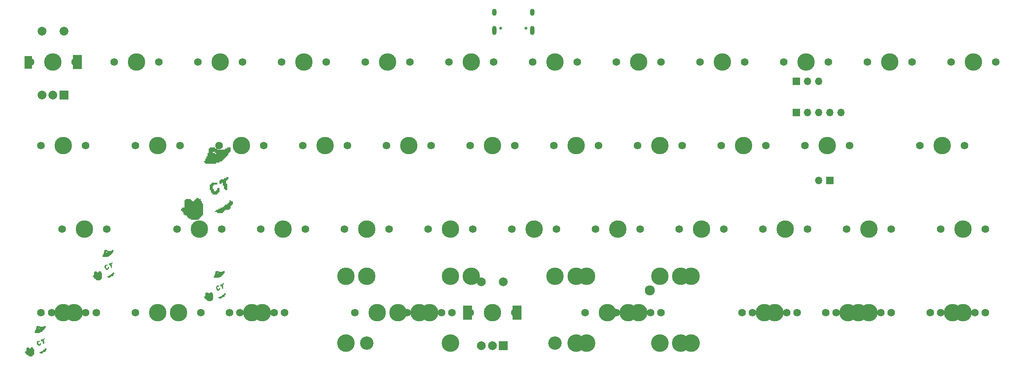
<source format=gbr>
%TF.GenerationSoftware,KiCad,Pcbnew,7.0.7*%
%TF.CreationDate,2023-09-30T22:32:59+02:00*%
%TF.ProjectId,dizzy40,64697a7a-7934-4302-9e6b-696361645f70,rev?*%
%TF.SameCoordinates,Original*%
%TF.FileFunction,Soldermask,Top*%
%TF.FilePolarity,Negative*%
%FSLAX46Y46*%
G04 Gerber Fmt 4.6, Leading zero omitted, Abs format (unit mm)*
G04 Created by KiCad (PCBNEW 7.0.7) date 2023-09-30 22:32:59*
%MOMM*%
%LPD*%
G01*
G04 APERTURE LIST*
%ADD10C,1.750000*%
%ADD11C,3.987800*%
%ADD12C,4.000000*%
%ADD13C,3.048000*%
%ADD14C,2.300000*%
%ADD15R,1.700000X1.700000*%
%ADD16O,1.700000X1.700000*%
%ADD17R,2.000000X2.000000*%
%ADD18C,2.000000*%
%ADD19R,2.000000X3.200000*%
%ADD20R,1.800000X3.000000*%
%ADD21C,0.650000*%
%ADD22O,1.000000X1.600000*%
%ADD23O,1.000000X2.100000*%
G04 APERTURE END LIST*
%TO.C,REF\u002A\u002A*%
G36*
X80090409Y-121599117D02*
G01*
X79985757Y-121599117D01*
X79985757Y-121075863D01*
X80090409Y-121075863D01*
X80090409Y-121599117D01*
G37*
G36*
X80195060Y-121075863D02*
G01*
X80090409Y-121075863D01*
X80090409Y-120971212D01*
X80195060Y-120971212D01*
X80195060Y-121075863D01*
G37*
G36*
X80195060Y-121808424D02*
G01*
X80090409Y-121808424D01*
X80090409Y-121599121D01*
X80195060Y-121599121D01*
X80195060Y-121808424D01*
G37*
G36*
X80299712Y-120971212D02*
G01*
X80195060Y-120971212D01*
X80195060Y-120866560D01*
X80299712Y-120866560D01*
X80299712Y-120971212D01*
G37*
G36*
X80299712Y-121913075D02*
G01*
X80195060Y-121913075D01*
X80195060Y-121808424D01*
X80299712Y-121808424D01*
X80299712Y-121913075D01*
G37*
G36*
X80718317Y-122017723D02*
G01*
X80299712Y-122017723D01*
X80299712Y-121913072D01*
X80718317Y-121913072D01*
X80718317Y-122017723D01*
G37*
G36*
X80822965Y-121913075D02*
G01*
X80718314Y-121913075D01*
X80718314Y-121808424D01*
X80822965Y-121808424D01*
X80822965Y-121913075D01*
G37*
G36*
X80927617Y-121808424D02*
G01*
X80822965Y-121808424D01*
X80822965Y-121703772D01*
X80927617Y-121703772D01*
X80927617Y-121808424D01*
G37*
G36*
X81136920Y-120971212D02*
G01*
X80927617Y-120971212D01*
X80927617Y-120866560D01*
X81136920Y-120866560D01*
X81136920Y-120971212D01*
G37*
G36*
X81450871Y-121494469D02*
G01*
X81346219Y-121494469D01*
X81346219Y-121180515D01*
X81450871Y-121180515D01*
X81450871Y-121494469D01*
G37*
G36*
X81660174Y-121599121D02*
G01*
X81450871Y-121599121D01*
X81450871Y-121494469D01*
X81660174Y-121494469D01*
X81660174Y-121599121D01*
G37*
G36*
X81346219Y-121180518D02*
G01*
X81241568Y-121180518D01*
X81241568Y-120866563D01*
X81136917Y-120866563D01*
X81136917Y-120761912D01*
X81346219Y-120761912D01*
X81346219Y-121180518D01*
G37*
G36*
X81764826Y-120552609D02*
G01*
X81660174Y-120552609D01*
X81660174Y-120657261D01*
X81555523Y-120657261D01*
X81555523Y-120971212D01*
X81660174Y-120971212D01*
X81660174Y-121494469D01*
X81450871Y-121494469D01*
X81450871Y-121180515D01*
X81346219Y-121180515D01*
X81346219Y-120761912D01*
X81136920Y-120761912D01*
X81136920Y-120866560D01*
X80927617Y-120866560D01*
X80927617Y-120657261D01*
X81032268Y-120657261D01*
X81032268Y-120552609D01*
X81346219Y-120552609D01*
X81346219Y-120447958D01*
X81555523Y-120447958D01*
X81555523Y-120343306D01*
X81764826Y-120343306D01*
X81764826Y-120552609D01*
G37*
G36*
X80718314Y-121075863D02*
G01*
X80404360Y-121075863D01*
X80404360Y-121180515D01*
X80299712Y-121180515D01*
X80299712Y-121494469D01*
X80404360Y-121494469D01*
X80404360Y-121703772D01*
X80613663Y-121703772D01*
X80613663Y-121599121D01*
X80718314Y-121599121D01*
X80718314Y-121389817D01*
X80927617Y-121389817D01*
X80927617Y-121703772D01*
X80822965Y-121703772D01*
X80822965Y-121808424D01*
X80718314Y-121808424D01*
X80718314Y-121913072D01*
X80299712Y-121913072D01*
X80299712Y-121808424D01*
X80195060Y-121808424D01*
X80195060Y-121599121D01*
X80090409Y-121599121D01*
X80090409Y-121075863D01*
X80195060Y-121075863D01*
X80195060Y-120971212D01*
X80299712Y-120971212D01*
X80299712Y-120866560D01*
X80718314Y-120866560D01*
X80718314Y-121075863D01*
G37*
G36*
X81974129Y-122645636D02*
G01*
X82183431Y-122645636D01*
X82183431Y-122959583D01*
X82078780Y-122959583D01*
X82078780Y-123064235D01*
X81974129Y-123064235D01*
X81974129Y-123378185D01*
X81869474Y-123378185D01*
X81869474Y-123482838D01*
X81450871Y-123482838D01*
X81450871Y-123587492D01*
X81346219Y-123587492D01*
X81346219Y-123692144D01*
X81241568Y-123692144D01*
X81241568Y-123796795D01*
X80718310Y-123796795D01*
X80718310Y-123692144D01*
X80509014Y-123692144D01*
X80509014Y-123587492D01*
X80613658Y-123587492D01*
X80613658Y-123482838D01*
X80822965Y-123482838D01*
X80822965Y-123378185D01*
X81032272Y-123378185D01*
X81032272Y-123273541D01*
X81241568Y-123273541D01*
X81241568Y-123168889D01*
X81346219Y-123168889D01*
X81346219Y-123064235D01*
X81450871Y-123064235D01*
X81450871Y-122959583D01*
X81660178Y-122959583D01*
X81660178Y-122854932D01*
X81764821Y-122854932D01*
X81764821Y-122750276D01*
X81869474Y-122750276D01*
X81869474Y-122540981D01*
X81974129Y-122540981D01*
X81974129Y-122645636D01*
G37*
G36*
X78939242Y-122436329D02*
G01*
X79148548Y-122436329D01*
X79148548Y-122645636D01*
X79253199Y-122645636D01*
X79253199Y-122854932D01*
X79357851Y-122854932D01*
X79357851Y-124006095D01*
X79253199Y-124006095D01*
X79253199Y-124110747D01*
X79148548Y-124110747D01*
X79148548Y-124215398D01*
X79043893Y-124215398D01*
X79043893Y-124320052D01*
X78939242Y-124320052D01*
X78939242Y-124424704D01*
X78206692Y-124424704D01*
X78206692Y-124320052D01*
X77997385Y-124320052D01*
X77997385Y-124215398D01*
X77892730Y-124215398D01*
X77892730Y-124110747D01*
X77788078Y-124110747D01*
X77788078Y-124006095D01*
X77578783Y-124006095D01*
X77578783Y-123901440D01*
X77474131Y-123901440D01*
X77474131Y-123692144D01*
X77369476Y-123692144D01*
X77369476Y-123587492D01*
X77264824Y-123587492D01*
X77264824Y-123378185D01*
X77369476Y-123378185D01*
X77369476Y-123273541D01*
X77578783Y-123273541D01*
X77578783Y-122540981D01*
X77683434Y-122540981D01*
X77683434Y-122436329D01*
X78206692Y-122436329D01*
X78206692Y-122540981D01*
X78311333Y-122540981D01*
X78311333Y-122645636D01*
X78520639Y-122645636D01*
X78520639Y-122540981D01*
X78625291Y-122540981D01*
X78625291Y-122436329D01*
X78729946Y-122436329D01*
X78729946Y-122331674D01*
X78939242Y-122331674D01*
X78939242Y-122436329D01*
G37*
G36*
X80509010Y-117622384D02*
G01*
X80718306Y-117622384D01*
X80718306Y-117727035D01*
X81450867Y-117727035D01*
X81450867Y-117622384D01*
X81660173Y-117622384D01*
X81660173Y-117517739D01*
X81974121Y-117517739D01*
X81974121Y-117936342D01*
X81869470Y-117936342D01*
X81869470Y-118040994D01*
X81764818Y-118040994D01*
X81764818Y-118250290D01*
X81660173Y-118250290D01*
X81660173Y-118354941D01*
X81555522Y-118354941D01*
X81555522Y-118459593D01*
X81450870Y-118459593D01*
X81450870Y-118564244D01*
X81346219Y-118564244D01*
X81346219Y-118668895D01*
X81241567Y-118668895D01*
X81241567Y-118773540D01*
X81136923Y-118773540D01*
X81136923Y-118878192D01*
X80927616Y-118878192D01*
X80927616Y-118982843D01*
X80613658Y-118982843D01*
X80613658Y-119087505D01*
X79567150Y-119087505D01*
X79567150Y-118982854D01*
X79462499Y-118982854D01*
X79462499Y-118773547D01*
X79567150Y-118773547D01*
X79567150Y-118564251D01*
X79671802Y-118564251D01*
X79671802Y-118354944D01*
X79776453Y-118354944D01*
X79776453Y-118040997D01*
X79881105Y-118040997D01*
X79881105Y-117936335D01*
X80299707Y-117936335D01*
X80299707Y-118040986D01*
X80509014Y-118040986D01*
X80509014Y-118145631D01*
X80613658Y-118145631D01*
X80613658Y-118040986D01*
X80509014Y-118040986D01*
X80509014Y-117936335D01*
X80299707Y-117936335D01*
X79881105Y-117936335D01*
X79881105Y-117622384D01*
X79985756Y-117622384D01*
X79985756Y-117517739D01*
X80509010Y-117517739D01*
X80509010Y-117622384D01*
G37*
G36*
X39323409Y-134146717D02*
G01*
X39218757Y-134146717D01*
X39218757Y-133623463D01*
X39323409Y-133623463D01*
X39323409Y-134146717D01*
G37*
G36*
X39428060Y-133623463D02*
G01*
X39323409Y-133623463D01*
X39323409Y-133518812D01*
X39428060Y-133518812D01*
X39428060Y-133623463D01*
G37*
G36*
X39428060Y-134356024D02*
G01*
X39323409Y-134356024D01*
X39323409Y-134146721D01*
X39428060Y-134146721D01*
X39428060Y-134356024D01*
G37*
G36*
X39532712Y-133518812D02*
G01*
X39428060Y-133518812D01*
X39428060Y-133414160D01*
X39532712Y-133414160D01*
X39532712Y-133518812D01*
G37*
G36*
X39532712Y-134460675D02*
G01*
X39428060Y-134460675D01*
X39428060Y-134356024D01*
X39532712Y-134356024D01*
X39532712Y-134460675D01*
G37*
G36*
X39951317Y-134565323D02*
G01*
X39532712Y-134565323D01*
X39532712Y-134460672D01*
X39951317Y-134460672D01*
X39951317Y-134565323D01*
G37*
G36*
X40055965Y-134460675D02*
G01*
X39951314Y-134460675D01*
X39951314Y-134356024D01*
X40055965Y-134356024D01*
X40055965Y-134460675D01*
G37*
G36*
X40160617Y-134356024D02*
G01*
X40055965Y-134356024D01*
X40055965Y-134251372D01*
X40160617Y-134251372D01*
X40160617Y-134356024D01*
G37*
G36*
X40369920Y-133518812D02*
G01*
X40160617Y-133518812D01*
X40160617Y-133414160D01*
X40369920Y-133414160D01*
X40369920Y-133518812D01*
G37*
G36*
X40683871Y-134042069D02*
G01*
X40579219Y-134042069D01*
X40579219Y-133728115D01*
X40683871Y-133728115D01*
X40683871Y-134042069D01*
G37*
G36*
X40893174Y-134146721D02*
G01*
X40683871Y-134146721D01*
X40683871Y-134042069D01*
X40893174Y-134042069D01*
X40893174Y-134146721D01*
G37*
G36*
X40579219Y-133728118D02*
G01*
X40474568Y-133728118D01*
X40474568Y-133414163D01*
X40369917Y-133414163D01*
X40369917Y-133309512D01*
X40579219Y-133309512D01*
X40579219Y-133728118D01*
G37*
G36*
X40997826Y-133100209D02*
G01*
X40893174Y-133100209D01*
X40893174Y-133204861D01*
X40788523Y-133204861D01*
X40788523Y-133518812D01*
X40893174Y-133518812D01*
X40893174Y-134042069D01*
X40683871Y-134042069D01*
X40683871Y-133728115D01*
X40579219Y-133728115D01*
X40579219Y-133309512D01*
X40369920Y-133309512D01*
X40369920Y-133414160D01*
X40160617Y-133414160D01*
X40160617Y-133204861D01*
X40265268Y-133204861D01*
X40265268Y-133100209D01*
X40579219Y-133100209D01*
X40579219Y-132995558D01*
X40788523Y-132995558D01*
X40788523Y-132890906D01*
X40997826Y-132890906D01*
X40997826Y-133100209D01*
G37*
G36*
X39951314Y-133623463D02*
G01*
X39637360Y-133623463D01*
X39637360Y-133728115D01*
X39532712Y-133728115D01*
X39532712Y-134042069D01*
X39637360Y-134042069D01*
X39637360Y-134251372D01*
X39846663Y-134251372D01*
X39846663Y-134146721D01*
X39951314Y-134146721D01*
X39951314Y-133937417D01*
X40160617Y-133937417D01*
X40160617Y-134251372D01*
X40055965Y-134251372D01*
X40055965Y-134356024D01*
X39951314Y-134356024D01*
X39951314Y-134460672D01*
X39532712Y-134460672D01*
X39532712Y-134356024D01*
X39428060Y-134356024D01*
X39428060Y-134146721D01*
X39323409Y-134146721D01*
X39323409Y-133623463D01*
X39428060Y-133623463D01*
X39428060Y-133518812D01*
X39532712Y-133518812D01*
X39532712Y-133414160D01*
X39951314Y-133414160D01*
X39951314Y-133623463D01*
G37*
G36*
X41207129Y-135193236D02*
G01*
X41416431Y-135193236D01*
X41416431Y-135507183D01*
X41311780Y-135507183D01*
X41311780Y-135611835D01*
X41207129Y-135611835D01*
X41207129Y-135925785D01*
X41102474Y-135925785D01*
X41102474Y-136030438D01*
X40683871Y-136030438D01*
X40683871Y-136135092D01*
X40579219Y-136135092D01*
X40579219Y-136239744D01*
X40474568Y-136239744D01*
X40474568Y-136344395D01*
X39951310Y-136344395D01*
X39951310Y-136239744D01*
X39742014Y-136239744D01*
X39742014Y-136135092D01*
X39846658Y-136135092D01*
X39846658Y-136030438D01*
X40055965Y-136030438D01*
X40055965Y-135925785D01*
X40265272Y-135925785D01*
X40265272Y-135821141D01*
X40474568Y-135821141D01*
X40474568Y-135716489D01*
X40579219Y-135716489D01*
X40579219Y-135611835D01*
X40683871Y-135611835D01*
X40683871Y-135507183D01*
X40893178Y-135507183D01*
X40893178Y-135402532D01*
X40997821Y-135402532D01*
X40997821Y-135297876D01*
X41102474Y-135297876D01*
X41102474Y-135088581D01*
X41207129Y-135088581D01*
X41207129Y-135193236D01*
G37*
G36*
X38172242Y-134983929D02*
G01*
X38381548Y-134983929D01*
X38381548Y-135193236D01*
X38486199Y-135193236D01*
X38486199Y-135402532D01*
X38590851Y-135402532D01*
X38590851Y-136553695D01*
X38486199Y-136553695D01*
X38486199Y-136658347D01*
X38381548Y-136658347D01*
X38381548Y-136762998D01*
X38276893Y-136762998D01*
X38276893Y-136867652D01*
X38172242Y-136867652D01*
X38172242Y-136972304D01*
X37439692Y-136972304D01*
X37439692Y-136867652D01*
X37230385Y-136867652D01*
X37230385Y-136762998D01*
X37125730Y-136762998D01*
X37125730Y-136658347D01*
X37021078Y-136658347D01*
X37021078Y-136553695D01*
X36811783Y-136553695D01*
X36811783Y-136449040D01*
X36707131Y-136449040D01*
X36707131Y-136239744D01*
X36602476Y-136239744D01*
X36602476Y-136135092D01*
X36497824Y-136135092D01*
X36497824Y-135925785D01*
X36602476Y-135925785D01*
X36602476Y-135821141D01*
X36811783Y-135821141D01*
X36811783Y-135088581D01*
X36916434Y-135088581D01*
X36916434Y-134983929D01*
X37439692Y-134983929D01*
X37439692Y-135088581D01*
X37544333Y-135088581D01*
X37544333Y-135193236D01*
X37753639Y-135193236D01*
X37753639Y-135088581D01*
X37858291Y-135088581D01*
X37858291Y-134983929D01*
X37962946Y-134983929D01*
X37962946Y-134879274D01*
X38172242Y-134879274D01*
X38172242Y-134983929D01*
G37*
G36*
X39742010Y-130169984D02*
G01*
X39951306Y-130169984D01*
X39951306Y-130274635D01*
X40683867Y-130274635D01*
X40683867Y-130169984D01*
X40893173Y-130169984D01*
X40893173Y-130065339D01*
X41207121Y-130065339D01*
X41207121Y-130483942D01*
X41102470Y-130483942D01*
X41102470Y-130588594D01*
X40997818Y-130588594D01*
X40997818Y-130797890D01*
X40893173Y-130797890D01*
X40893173Y-130902541D01*
X40788522Y-130902541D01*
X40788522Y-131007193D01*
X40683870Y-131007193D01*
X40683870Y-131111844D01*
X40579219Y-131111844D01*
X40579219Y-131216495D01*
X40474567Y-131216495D01*
X40474567Y-131321140D01*
X40369923Y-131321140D01*
X40369923Y-131425792D01*
X40160616Y-131425792D01*
X40160616Y-131530443D01*
X39846658Y-131530443D01*
X39846658Y-131635105D01*
X38800150Y-131635105D01*
X38800150Y-131530454D01*
X38695499Y-131530454D01*
X38695499Y-131321147D01*
X38800150Y-131321147D01*
X38800150Y-131111851D01*
X38904802Y-131111851D01*
X38904802Y-130902544D01*
X39009453Y-130902544D01*
X39009453Y-130588597D01*
X39114105Y-130588597D01*
X39114105Y-130483935D01*
X39532707Y-130483935D01*
X39532707Y-130588586D01*
X39742014Y-130588586D01*
X39742014Y-130693231D01*
X39846658Y-130693231D01*
X39846658Y-130588586D01*
X39742014Y-130588586D01*
X39742014Y-130483935D01*
X39532707Y-130483935D01*
X39114105Y-130483935D01*
X39114105Y-130169984D01*
X39218756Y-130169984D01*
X39218756Y-130065339D01*
X39742010Y-130065339D01*
X39742010Y-130169984D01*
G37*
G36*
X54766609Y-116823917D02*
G01*
X54661957Y-116823917D01*
X54661957Y-116300663D01*
X54766609Y-116300663D01*
X54766609Y-116823917D01*
G37*
G36*
X54871260Y-116300663D02*
G01*
X54766609Y-116300663D01*
X54766609Y-116196012D01*
X54871260Y-116196012D01*
X54871260Y-116300663D01*
G37*
G36*
X54871260Y-117033224D02*
G01*
X54766609Y-117033224D01*
X54766609Y-116823921D01*
X54871260Y-116823921D01*
X54871260Y-117033224D01*
G37*
G36*
X54975912Y-116196012D02*
G01*
X54871260Y-116196012D01*
X54871260Y-116091360D01*
X54975912Y-116091360D01*
X54975912Y-116196012D01*
G37*
G36*
X54975912Y-117137875D02*
G01*
X54871260Y-117137875D01*
X54871260Y-117033224D01*
X54975912Y-117033224D01*
X54975912Y-117137875D01*
G37*
G36*
X55394517Y-117242523D02*
G01*
X54975912Y-117242523D01*
X54975912Y-117137872D01*
X55394517Y-117137872D01*
X55394517Y-117242523D01*
G37*
G36*
X55499165Y-117137875D02*
G01*
X55394514Y-117137875D01*
X55394514Y-117033224D01*
X55499165Y-117033224D01*
X55499165Y-117137875D01*
G37*
G36*
X55603817Y-117033224D02*
G01*
X55499165Y-117033224D01*
X55499165Y-116928572D01*
X55603817Y-116928572D01*
X55603817Y-117033224D01*
G37*
G36*
X55813120Y-116196012D02*
G01*
X55603817Y-116196012D01*
X55603817Y-116091360D01*
X55813120Y-116091360D01*
X55813120Y-116196012D01*
G37*
G36*
X56127071Y-116719269D02*
G01*
X56022419Y-116719269D01*
X56022419Y-116405315D01*
X56127071Y-116405315D01*
X56127071Y-116719269D01*
G37*
G36*
X56336374Y-116823921D02*
G01*
X56127071Y-116823921D01*
X56127071Y-116719269D01*
X56336374Y-116719269D01*
X56336374Y-116823921D01*
G37*
G36*
X56022419Y-116405318D02*
G01*
X55917768Y-116405318D01*
X55917768Y-116091363D01*
X55813117Y-116091363D01*
X55813117Y-115986712D01*
X56022419Y-115986712D01*
X56022419Y-116405318D01*
G37*
G36*
X56441026Y-115777409D02*
G01*
X56336374Y-115777409D01*
X56336374Y-115882061D01*
X56231723Y-115882061D01*
X56231723Y-116196012D01*
X56336374Y-116196012D01*
X56336374Y-116719269D01*
X56127071Y-116719269D01*
X56127071Y-116405315D01*
X56022419Y-116405315D01*
X56022419Y-115986712D01*
X55813120Y-115986712D01*
X55813120Y-116091360D01*
X55603817Y-116091360D01*
X55603817Y-115882061D01*
X55708468Y-115882061D01*
X55708468Y-115777409D01*
X56022419Y-115777409D01*
X56022419Y-115672758D01*
X56231723Y-115672758D01*
X56231723Y-115568106D01*
X56441026Y-115568106D01*
X56441026Y-115777409D01*
G37*
G36*
X55394514Y-116300663D02*
G01*
X55080560Y-116300663D01*
X55080560Y-116405315D01*
X54975912Y-116405315D01*
X54975912Y-116719269D01*
X55080560Y-116719269D01*
X55080560Y-116928572D01*
X55289863Y-116928572D01*
X55289863Y-116823921D01*
X55394514Y-116823921D01*
X55394514Y-116614617D01*
X55603817Y-116614617D01*
X55603817Y-116928572D01*
X55499165Y-116928572D01*
X55499165Y-117033224D01*
X55394514Y-117033224D01*
X55394514Y-117137872D01*
X54975912Y-117137872D01*
X54975912Y-117033224D01*
X54871260Y-117033224D01*
X54871260Y-116823921D01*
X54766609Y-116823921D01*
X54766609Y-116300663D01*
X54871260Y-116300663D01*
X54871260Y-116196012D01*
X54975912Y-116196012D01*
X54975912Y-116091360D01*
X55394514Y-116091360D01*
X55394514Y-116300663D01*
G37*
G36*
X56650329Y-117870436D02*
G01*
X56859631Y-117870436D01*
X56859631Y-118184383D01*
X56754980Y-118184383D01*
X56754980Y-118289035D01*
X56650329Y-118289035D01*
X56650329Y-118602985D01*
X56545674Y-118602985D01*
X56545674Y-118707638D01*
X56127071Y-118707638D01*
X56127071Y-118812292D01*
X56022419Y-118812292D01*
X56022419Y-118916944D01*
X55917768Y-118916944D01*
X55917768Y-119021595D01*
X55394510Y-119021595D01*
X55394510Y-118916944D01*
X55185214Y-118916944D01*
X55185214Y-118812292D01*
X55289858Y-118812292D01*
X55289858Y-118707638D01*
X55499165Y-118707638D01*
X55499165Y-118602985D01*
X55708472Y-118602985D01*
X55708472Y-118498341D01*
X55917768Y-118498341D01*
X55917768Y-118393689D01*
X56022419Y-118393689D01*
X56022419Y-118289035D01*
X56127071Y-118289035D01*
X56127071Y-118184383D01*
X56336378Y-118184383D01*
X56336378Y-118079732D01*
X56441021Y-118079732D01*
X56441021Y-117975076D01*
X56545674Y-117975076D01*
X56545674Y-117765781D01*
X56650329Y-117765781D01*
X56650329Y-117870436D01*
G37*
G36*
X53615442Y-117661129D02*
G01*
X53824748Y-117661129D01*
X53824748Y-117870436D01*
X53929399Y-117870436D01*
X53929399Y-118079732D01*
X54034051Y-118079732D01*
X54034051Y-119230895D01*
X53929399Y-119230895D01*
X53929399Y-119335547D01*
X53824748Y-119335547D01*
X53824748Y-119440198D01*
X53720093Y-119440198D01*
X53720093Y-119544852D01*
X53615442Y-119544852D01*
X53615442Y-119649504D01*
X52882892Y-119649504D01*
X52882892Y-119544852D01*
X52673585Y-119544852D01*
X52673585Y-119440198D01*
X52568930Y-119440198D01*
X52568930Y-119335547D01*
X52464278Y-119335547D01*
X52464278Y-119230895D01*
X52254983Y-119230895D01*
X52254983Y-119126240D01*
X52150331Y-119126240D01*
X52150331Y-118916944D01*
X52045676Y-118916944D01*
X52045676Y-118812292D01*
X51941024Y-118812292D01*
X51941024Y-118602985D01*
X52045676Y-118602985D01*
X52045676Y-118498341D01*
X52254983Y-118498341D01*
X52254983Y-117765781D01*
X52359634Y-117765781D01*
X52359634Y-117661129D01*
X52882892Y-117661129D01*
X52882892Y-117765781D01*
X52987533Y-117765781D01*
X52987533Y-117870436D01*
X53196839Y-117870436D01*
X53196839Y-117765781D01*
X53301491Y-117765781D01*
X53301491Y-117661129D01*
X53406146Y-117661129D01*
X53406146Y-117556474D01*
X53615442Y-117556474D01*
X53615442Y-117661129D01*
G37*
G36*
X55185210Y-112847184D02*
G01*
X55394506Y-112847184D01*
X55394506Y-112951835D01*
X56127067Y-112951835D01*
X56127067Y-112847184D01*
X56336373Y-112847184D01*
X56336373Y-112742539D01*
X56650321Y-112742539D01*
X56650321Y-113161142D01*
X56545670Y-113161142D01*
X56545670Y-113265794D01*
X56441018Y-113265794D01*
X56441018Y-113475090D01*
X56336373Y-113475090D01*
X56336373Y-113579741D01*
X56231722Y-113579741D01*
X56231722Y-113684393D01*
X56127070Y-113684393D01*
X56127070Y-113789044D01*
X56022419Y-113789044D01*
X56022419Y-113893695D01*
X55917767Y-113893695D01*
X55917767Y-113998340D01*
X55813123Y-113998340D01*
X55813123Y-114102992D01*
X55603816Y-114102992D01*
X55603816Y-114207643D01*
X55289858Y-114207643D01*
X55289858Y-114312305D01*
X54243350Y-114312305D01*
X54243350Y-114207654D01*
X54138699Y-114207654D01*
X54138699Y-113998347D01*
X54243350Y-113998347D01*
X54243350Y-113789051D01*
X54348002Y-113789051D01*
X54348002Y-113579744D01*
X54452653Y-113579744D01*
X54452653Y-113265797D01*
X54557305Y-113265797D01*
X54557305Y-113161135D01*
X54975907Y-113161135D01*
X54975907Y-113265786D01*
X55185214Y-113265786D01*
X55185214Y-113370431D01*
X55289858Y-113370431D01*
X55289858Y-113265786D01*
X55185214Y-113265786D01*
X55185214Y-113161135D01*
X54975907Y-113161135D01*
X54557305Y-113161135D01*
X54557305Y-112847184D01*
X54661956Y-112847184D01*
X54661956Y-112742539D01*
X55185210Y-112742539D01*
X55185210Y-112847184D01*
G37*
G36*
X78792962Y-99095836D02*
G01*
X78542485Y-99095836D01*
X78542485Y-97847000D01*
X78792962Y-97847000D01*
X78792962Y-99095836D01*
G37*
G36*
X79043440Y-97847000D02*
G01*
X78792963Y-97847000D01*
X78792963Y-97596528D01*
X79043440Y-97596528D01*
X79043440Y-97847000D01*
G37*
G36*
X79043440Y-99600307D02*
G01*
X78792963Y-99600307D01*
X78792963Y-99099362D01*
X79043440Y-99099362D01*
X79043440Y-99600307D01*
G37*
G36*
X79293917Y-97596528D02*
G01*
X79043440Y-97596528D01*
X79043440Y-97346056D01*
X79293917Y-97346056D01*
X79293917Y-97596528D01*
G37*
G36*
X79293917Y-99847252D02*
G01*
X79043440Y-99847252D01*
X79043440Y-99596780D01*
X79293917Y-99596780D01*
X79293917Y-99847252D01*
G37*
G36*
X80292294Y-100097725D02*
G01*
X79293917Y-100097725D01*
X79293917Y-99847253D01*
X80292294Y-99847253D01*
X80292294Y-100097725D01*
G37*
G36*
X80542771Y-99847252D02*
G01*
X80292294Y-99847252D01*
X80292294Y-99596780D01*
X80542771Y-99596780D01*
X80542771Y-99847252D01*
G37*
G36*
X80793249Y-99596780D02*
G01*
X80542772Y-99596780D01*
X80542772Y-99346308D01*
X80793249Y-99346308D01*
X80793249Y-99596780D01*
G37*
G36*
X81294202Y-97596528D02*
G01*
X80793249Y-97596528D01*
X80793249Y-97346056D01*
X81294202Y-97346056D01*
X81294202Y-97596528D01*
G37*
G36*
X82042105Y-98848890D02*
G01*
X81791629Y-98848890D01*
X81791629Y-98097473D01*
X82042105Y-98097473D01*
X82042105Y-98848890D01*
G37*
G36*
X82543057Y-99099362D02*
G01*
X82042105Y-99099362D01*
X82042105Y-98848890D01*
X82543057Y-98848890D01*
X82543057Y-99099362D01*
G37*
G36*
X81791627Y-98101001D02*
G01*
X81541151Y-98101001D01*
X81541151Y-97349584D01*
X81290674Y-97349584D01*
X81290674Y-97099112D01*
X81791627Y-97099112D01*
X81791627Y-98101001D01*
G37*
G36*
X82793534Y-96598166D02*
G01*
X82543057Y-96598166D01*
X82543057Y-96848640D01*
X82292581Y-96848640D01*
X82292581Y-97596528D01*
X82543057Y-97596528D01*
X82543057Y-98848890D01*
X82042105Y-98848890D01*
X82042105Y-98097473D01*
X81791627Y-98097473D01*
X81791627Y-97099112D01*
X81294202Y-97099112D01*
X81294202Y-97346056D01*
X80793249Y-97346056D01*
X80793249Y-96848640D01*
X81043725Y-96848640D01*
X81043725Y-96598166D01*
X81791627Y-96598166D01*
X81791627Y-96347693D01*
X82292581Y-96347693D01*
X82292581Y-96097221D01*
X82793534Y-96097221D01*
X82793534Y-96598166D01*
G37*
G36*
X80292294Y-97847000D02*
G01*
X79540865Y-97847000D01*
X79540865Y-98097473D01*
X79293917Y-98097473D01*
X79293917Y-98848890D01*
X79540865Y-98848890D01*
X79540865Y-99346308D01*
X80041819Y-99346308D01*
X80041819Y-99099362D01*
X80292294Y-99099362D01*
X80292294Y-98598418D01*
X80793249Y-98598418D01*
X80793249Y-99346308D01*
X80542772Y-99346308D01*
X80542772Y-99596780D01*
X80292294Y-99596780D01*
X80292294Y-99847253D01*
X79293917Y-99847253D01*
X79293917Y-99596780D01*
X79043440Y-99596780D01*
X79043440Y-99099362D01*
X78792962Y-99099362D01*
X78792962Y-97847000D01*
X79043440Y-97847000D01*
X79043440Y-97596528D01*
X79293917Y-97596528D01*
X79293917Y-97346056D01*
X80292294Y-97346056D01*
X80292294Y-97847000D01*
G37*
G36*
X83290959Y-101597032D02*
G01*
X83791914Y-101597032D01*
X83791914Y-102348451D01*
X83541437Y-102348451D01*
X83541437Y-102598922D01*
X83290959Y-102598922D01*
X83290959Y-103346810D01*
X83044012Y-103346810D01*
X83044012Y-103597283D01*
X82042105Y-103597283D01*
X82042105Y-103847756D01*
X81791627Y-103847756D01*
X81791627Y-104098229D01*
X81541151Y-104098229D01*
X81541151Y-104348701D01*
X80292294Y-104348701D01*
X80292294Y-104098229D01*
X79791342Y-104098229D01*
X79791342Y-103847756D01*
X80041819Y-103847756D01*
X80041819Y-103597283D01*
X80542772Y-103597283D01*
X80542772Y-103346810D01*
X81043725Y-103346810D01*
X81043725Y-103096339D01*
X81541151Y-103096339D01*
X81541151Y-102845866D01*
X81791627Y-102845866D01*
X81791627Y-102598922D01*
X82042105Y-102598922D01*
X82042105Y-102348451D01*
X82543057Y-102348451D01*
X82543057Y-102097976D01*
X82793534Y-102097976D01*
X82793534Y-101847505D01*
X83044012Y-101847505D01*
X83044012Y-101346560D01*
X83290959Y-101346560D01*
X83290959Y-101597032D01*
G37*
G36*
X76041246Y-101096087D02*
G01*
X76542200Y-101096087D01*
X76542200Y-101597032D01*
X76792677Y-101597032D01*
X76792677Y-102097976D01*
X77043153Y-102097976D01*
X77043153Y-104846118D01*
X76792677Y-104846118D01*
X76792677Y-105096591D01*
X76542200Y-105096591D01*
X76542200Y-105347064D01*
X76291723Y-105347064D01*
X76291723Y-105597535D01*
X76041246Y-105597535D01*
X76041246Y-105848008D01*
X74291437Y-105848008D01*
X74291437Y-105597535D01*
X73794012Y-105597535D01*
X73794012Y-105347064D01*
X73543535Y-105347064D01*
X73543535Y-105096591D01*
X73293058Y-105096591D01*
X73293058Y-104846118D01*
X72792105Y-104846118D01*
X72792105Y-104599174D01*
X72541628Y-104599174D01*
X72541628Y-104098229D01*
X72291151Y-104098229D01*
X72291151Y-103847756D01*
X72040675Y-103847756D01*
X72040675Y-103346810D01*
X72291151Y-103346810D01*
X72291151Y-103096339D01*
X72792105Y-103096339D01*
X72792105Y-101346560D01*
X73042581Y-101346560D01*
X73042581Y-101096087D01*
X74291437Y-101096087D01*
X74291437Y-101346560D01*
X74541913Y-101346560D01*
X74541913Y-101597032D01*
X75042867Y-101597032D01*
X75042867Y-101346560D01*
X75293344Y-101346560D01*
X75293344Y-101096087D01*
X75543820Y-101096087D01*
X75543820Y-100849143D01*
X76041246Y-100849143D01*
X76041246Y-101096087D01*
G37*
G36*
X79794867Y-89595523D02*
G01*
X80295820Y-89595523D01*
X80295820Y-89845996D01*
X82045629Y-89845996D01*
X82045629Y-89595523D01*
X82546582Y-89595523D01*
X82546582Y-89345051D01*
X83298014Y-89345051D01*
X83298014Y-90343413D01*
X83047537Y-90343413D01*
X83047537Y-90593885D01*
X82797060Y-90593885D01*
X82797060Y-91094831D01*
X82546583Y-91094831D01*
X82546583Y-91345303D01*
X82296107Y-91345303D01*
X82296107Y-91595775D01*
X82045630Y-91595775D01*
X82045630Y-91846247D01*
X81795154Y-91846247D01*
X81795154Y-92096719D01*
X81544678Y-92096719D01*
X81544678Y-92347191D01*
X81294202Y-92347191D01*
X81294202Y-92597663D01*
X80793249Y-92597663D01*
X80793249Y-92848135D01*
X80041819Y-92848135D01*
X80041819Y-93098608D01*
X80045345Y-93098610D01*
X77544105Y-93098610D01*
X77544105Y-92848137D01*
X77293630Y-92848137D01*
X77293630Y-92347192D01*
X77544105Y-92347192D01*
X77544105Y-91846248D01*
X77794582Y-91846248D01*
X77794582Y-91345303D01*
X78045059Y-91345303D01*
X78045059Y-90593885D01*
X78295535Y-90593885D01*
X78295535Y-90346938D01*
X79290389Y-90346938D01*
X79290389Y-90597410D01*
X79791342Y-90597410D01*
X79791342Y-90847883D01*
X80041819Y-90847883D01*
X80041819Y-90597410D01*
X79791342Y-90597410D01*
X79791342Y-90346938D01*
X79290389Y-90346938D01*
X78295535Y-90346938D01*
X78295535Y-89595523D01*
X78546012Y-89595523D01*
X78546012Y-89345051D01*
X79794867Y-89345051D01*
X79794867Y-89595523D01*
G37*
%TD*%
D10*
%TO.C,K18*%
X156862500Y-88910000D03*
D11*
X161942500Y-88910000D03*
D10*
X167022500Y-88910000D03*
%TD*%
%TO.C,K24*%
X71137500Y-107960000D03*
D11*
X76217500Y-107960000D03*
D10*
X81297500Y-107960000D03*
%TD*%
%TO.C,K42*%
X244968750Y-127010000D03*
D11*
X250048750Y-127010000D03*
D10*
X255128750Y-127010000D03*
%TD*%
%TO.C,K10*%
X209250000Y-69860000D03*
D11*
X214330000Y-69860000D03*
D10*
X219410000Y-69860000D03*
%TD*%
%TO.C,K7*%
X152100000Y-69860000D03*
D11*
X157180000Y-69860000D03*
D10*
X162260000Y-69860000D03*
%TD*%
%TO.C,K54*%
X121143750Y-127010000D03*
D11*
X126223750Y-127010000D03*
D10*
X131303750Y-127010000D03*
%TD*%
%TO.C,K22*%
X240206250Y-88910000D03*
D11*
X245286250Y-88910000D03*
D10*
X250366250Y-88910000D03*
%TD*%
%TO.C,K46*%
X116381250Y-127010000D03*
D11*
X121461250Y-127010000D03*
D10*
X126541250Y-127010000D03*
%TD*%
%TO.C,K45*%
X123525000Y-127010000D03*
D11*
X128605000Y-127010000D03*
D10*
X133685000Y-127010000D03*
%TD*%
%TO.C,K26*%
X109237500Y-107960000D03*
D11*
X114317500Y-107960000D03*
D10*
X119397500Y-107960000D03*
%TD*%
%TO.C,K30*%
X185437500Y-107960000D03*
D11*
X190517500Y-107960000D03*
D10*
X195597500Y-107960000D03*
%TD*%
%TO.C,K49*%
X242587500Y-127010000D03*
D11*
X247667500Y-127010000D03*
D10*
X252747500Y-127010000D03*
%TD*%
%TO.C,K37*%
X111618750Y-127010000D03*
D11*
X116698750Y-127010000D03*
D10*
X121778750Y-127010000D03*
%TD*%
%TO.C,K51*%
X42562500Y-127010000D03*
D11*
X47642500Y-127010000D03*
D10*
X52722500Y-127010000D03*
%TD*%
%TO.C,K5*%
X114000000Y-69860000D03*
D11*
X119080000Y-69860000D03*
D10*
X124160000Y-69860000D03*
%TD*%
D11*
%TO.C,J3*%
X133367500Y-118755000D03*
X109555000Y-118755000D03*
D12*
X133367500Y-133995000D03*
X109555000Y-133995000D03*
%TD*%
D10*
%TO.C,K32*%
X223537500Y-107960000D03*
D11*
X228617500Y-107960000D03*
D10*
X233697500Y-107960000D03*
%TD*%
%TO.C,K6*%
X133050000Y-69860000D03*
D11*
X138130000Y-69860000D03*
D10*
X143210000Y-69860000D03*
%TD*%
D11*
%TO.C,J5*%
X138130000Y-118755000D03*
D13*
X114317500Y-133995000D03*
D11*
X114317500Y-118755000D03*
%TD*%
D10*
%TO.C,K33*%
X244968750Y-107960000D03*
D11*
X250048750Y-107960000D03*
D10*
X255128750Y-107960000D03*
%TD*%
%TO.C,K29*%
X166387500Y-107960000D03*
D11*
X171467500Y-107960000D03*
D10*
X176547500Y-107960000D03*
%TD*%
D11*
%TO.C,J6*%
X180992500Y-118755000D03*
D13*
X157180000Y-133995000D03*
D11*
X157180000Y-118755000D03*
D12*
X180992500Y-133995000D03*
%TD*%
D10*
%TO.C,K35*%
X61612500Y-127010000D03*
D11*
X66692500Y-127010000D03*
D10*
X71772500Y-127010000D03*
%TD*%
%TO.C,K15*%
X99712500Y-88910000D03*
D11*
X104792500Y-88910000D03*
D10*
X109872500Y-88910000D03*
%TD*%
%TO.C,K31*%
X204487500Y-107960000D03*
D11*
X209567500Y-107960000D03*
D10*
X214647500Y-107960000D03*
%TD*%
%TO.C,K58*%
X223537500Y-127010000D03*
D11*
X228617500Y-127010000D03*
D10*
X233697500Y-127010000D03*
%TD*%
%TO.C,K38*%
X137812500Y-127010000D03*
D11*
X142892500Y-127010000D03*
D10*
X147972500Y-127010000D03*
%TD*%
%TO.C,K3*%
X75900000Y-69860000D03*
D11*
X80980000Y-69860000D03*
D10*
X86060000Y-69860000D03*
%TD*%
%TO.C,K19*%
X175912500Y-88910000D03*
D11*
X180992500Y-88910000D03*
D10*
X186072500Y-88910000D03*
%TD*%
%TO.C,K12*%
X40181250Y-88910000D03*
D11*
X45261250Y-88910000D03*
D10*
X50341250Y-88910000D03*
%TD*%
%TO.C,K9*%
X190200000Y-69860000D03*
D11*
X195280000Y-69860000D03*
D10*
X200360000Y-69860000D03*
%TD*%
%TO.C,K8*%
X171150000Y-69860000D03*
D11*
X176230000Y-69860000D03*
D10*
X181310000Y-69860000D03*
%TD*%
%TO.C,K56*%
X199725000Y-127010000D03*
D11*
X204805000Y-127010000D03*
D10*
X209885000Y-127010000D03*
%TD*%
%TO.C,K40*%
X202106250Y-127010000D03*
D11*
X207186250Y-127010000D03*
D10*
X212266250Y-127010000D03*
%TD*%
%TO.C,K36*%
X85425000Y-127010000D03*
D11*
X90505000Y-127010000D03*
D10*
X95585000Y-127010000D03*
%TD*%
%TO.C,K13*%
X61612500Y-88910000D03*
D11*
X66692500Y-88910000D03*
D10*
X71772500Y-88910000D03*
%TD*%
%TO.C,K21*%
X214012500Y-88910000D03*
D11*
X219092500Y-88910000D03*
D10*
X224172500Y-88910000D03*
%TD*%
%TO.C,K20*%
X194962500Y-88910000D03*
D11*
X200042500Y-88910000D03*
D10*
X205122500Y-88910000D03*
%TD*%
D11*
%TO.C,J7*%
X185755000Y-118755000D03*
X161942500Y-118755000D03*
D12*
X185755000Y-133995000D03*
X161942500Y-133995000D03*
%TD*%
D10*
%TO.C,K50*%
X218775000Y-127010000D03*
D11*
X223855000Y-127010000D03*
D10*
X228935000Y-127010000D03*
%TD*%
%TO.C,K57*%
X171150000Y-127010000D03*
D11*
X176230000Y-127010000D03*
D10*
X181310000Y-127010000D03*
D14*
X178770000Y-121930000D03*
%TD*%
D10*
%TO.C,K52*%
X66375000Y-127010000D03*
D11*
X71455000Y-127010000D03*
D10*
X76535000Y-127010000D03*
%TD*%
%TO.C,K23*%
X44943750Y-107960000D03*
D11*
X50023750Y-107960000D03*
D10*
X55103750Y-107960000D03*
%TD*%
%TO.C,K25*%
X90187500Y-107960000D03*
D11*
X95267500Y-107960000D03*
D10*
X100347500Y-107960000D03*
%TD*%
D11*
%TO.C,J8*%
X188136250Y-118755000D03*
X164323750Y-118755000D03*
D12*
X188136250Y-133995000D03*
X164323750Y-133995000D03*
%TD*%
D10*
%TO.C,K53*%
X83043750Y-127010000D03*
D11*
X88123750Y-127010000D03*
D10*
X93203750Y-127010000D03*
%TD*%
%TO.C,K28*%
X147337500Y-107960000D03*
D11*
X152417500Y-107960000D03*
D10*
X157497500Y-107960000D03*
%TD*%
%TO.C,K17*%
X137812500Y-88910000D03*
D11*
X142892500Y-88910000D03*
D10*
X147972500Y-88910000D03*
%TD*%
%TO.C,K39*%
X164006250Y-127010000D03*
D11*
X169086250Y-127010000D03*
D10*
X174166250Y-127010000D03*
%TD*%
%TO.C,K55*%
X168768750Y-127010000D03*
D11*
X173848750Y-127010000D03*
D10*
X178928750Y-127010000D03*
%TD*%
%TO.C,K4*%
X94950000Y-69860000D03*
D11*
X100030000Y-69860000D03*
D10*
X105110000Y-69860000D03*
%TD*%
%TO.C,K27*%
X128287500Y-107960000D03*
D11*
X133367500Y-107960000D03*
D10*
X138447500Y-107960000D03*
%TD*%
%TO.C,K59*%
X247350000Y-69860000D03*
D11*
X252430000Y-69860000D03*
D10*
X257510000Y-69860000D03*
%TD*%
%TO.C,K41*%
X221156250Y-127010000D03*
D11*
X226236250Y-127010000D03*
D10*
X231316250Y-127010000D03*
%TD*%
%TO.C,K34*%
X40181250Y-127010000D03*
D11*
X45261250Y-127010000D03*
D10*
X50341250Y-127010000D03*
%TD*%
%TO.C,K1*%
X37800000Y-69860000D03*
D11*
X42880000Y-69860000D03*
D10*
X47960000Y-69860000D03*
%TD*%
%TO.C,K11*%
X228300000Y-69860000D03*
D11*
X233380000Y-69860000D03*
D10*
X238460000Y-69860000D03*
%TD*%
%TO.C,K16*%
X118762500Y-88910000D03*
D11*
X123842500Y-88910000D03*
D10*
X128922500Y-88910000D03*
%TD*%
%TO.C,K2*%
X56850000Y-69860000D03*
D11*
X61930000Y-69860000D03*
D10*
X67010000Y-69860000D03*
%TD*%
%TO.C,K14*%
X80662500Y-88910000D03*
D11*
X85742500Y-88910000D03*
D10*
X90822500Y-88910000D03*
%TD*%
D15*
%TO.C,J1*%
X212070000Y-81400000D03*
D16*
X214610000Y-81400000D03*
X217150000Y-81400000D03*
X219690000Y-81400000D03*
X222230000Y-81400000D03*
%TD*%
D15*
%TO.C,J2*%
X212070000Y-74260000D03*
D16*
X214610000Y-74260000D03*
X217150000Y-74260000D03*
%TD*%
D17*
%TO.C,ENC2*%
X145392500Y-134510000D03*
D18*
X140392500Y-134510000D03*
X142892500Y-134510000D03*
D19*
X137292500Y-127010000D03*
X148492500Y-127010000D03*
D18*
X140392500Y-120010000D03*
X145392500Y-120010000D03*
%TD*%
D15*
%TO.C,J4*%
X219690000Y-96895000D03*
D16*
X217150000Y-96895000D03*
%TD*%
D17*
%TO.C,ENC1*%
X45380000Y-77360000D03*
D18*
X40380000Y-77360000D03*
X42880000Y-77360000D03*
D20*
X37280000Y-69960000D03*
D19*
X48480000Y-69860000D03*
D18*
X40380000Y-62860000D03*
X45380000Y-62860000D03*
%TD*%
D21*
%TO.C,J0*%
X144760000Y-62140000D03*
X150540000Y-62140000D03*
D22*
X143330000Y-58490000D03*
D23*
X143330000Y-62670000D03*
D22*
X151970000Y-58490000D03*
D23*
X151970000Y-62670000D03*
%TD*%
M02*

</source>
